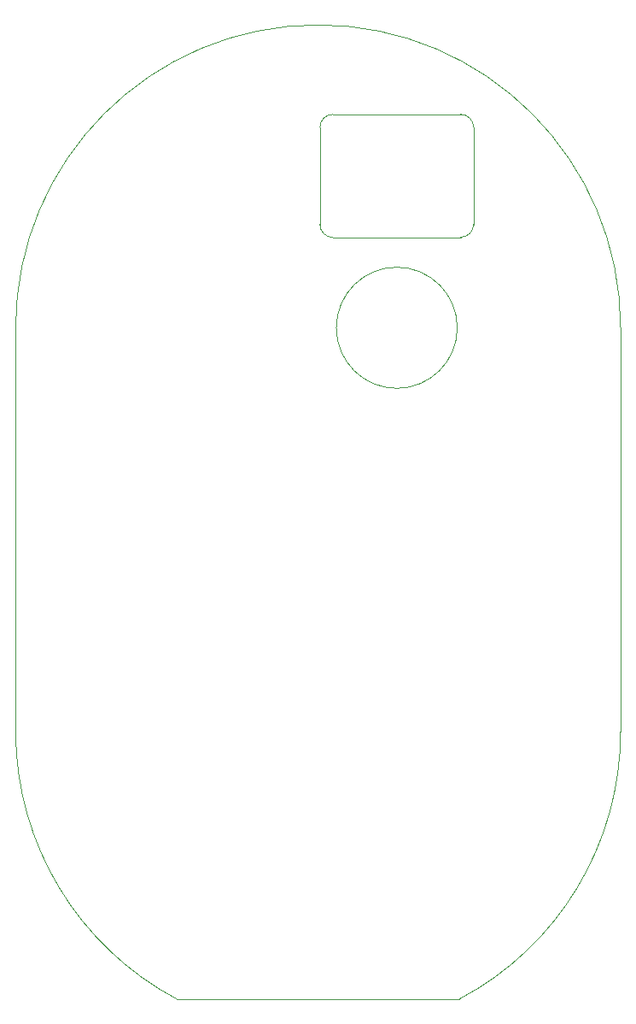
<source format=gm1>
%TF.GenerationSoftware,KiCad,Pcbnew,(6.0.5)*%
%TF.CreationDate,2022-07-03T19:07:04+01:00*%
%TF.ProjectId,octoscale,6f63746f-7363-4616-9c65-2e6b69636164,rev?*%
%TF.SameCoordinates,Original*%
%TF.FileFunction,Profile,NP*%
%FSLAX46Y46*%
G04 Gerber Fmt 4.6, Leading zero omitted, Abs format (unit mm)*
G04 Created by KiCad (PCBNEW (6.0.5)) date 2022-07-03 19:07:04*
%MOMM*%
%LPD*%
G01*
G04 APERTURE LIST*
%TA.AperFunction,Profile*%
%ADD10C,0.100000*%
%TD*%
%TA.AperFunction,Profile*%
%ADD11C,0.120000*%
%TD*%
G04 APERTURE END LIST*
D10*
X140000000Y-75000000D02*
X140000000Y-115000000D01*
X200000000Y-75000000D02*
X200000000Y-115000000D01*
X156000000Y-141500000D02*
X184000000Y-141500000D01*
X183999997Y-141499994D02*
G75*
G03*
X200000000Y-115000000I-13945297J26499994D01*
G01*
X200000000Y-75000000D02*
G75*
G03*
X140000000Y-75000000I-30000000J-3399D01*
G01*
X139999978Y-115000000D02*
G75*
G03*
X156000000Y-141500000I30025622J48500D01*
G01*
D11*
%TO.C,REF\u002A\u002A*%
X171459026Y-53861026D02*
X184140974Y-53861026D01*
X184140974Y-66034974D02*
X171450000Y-66044000D01*
X170180000Y-64774000D02*
X170189026Y-55131026D01*
X185410974Y-55131026D02*
X185410974Y-64764974D01*
X171459026Y-53861026D02*
G75*
G03*
X170189026Y-55131026I-1J-1269999D01*
G01*
X185410974Y-55131026D02*
G75*
G03*
X184140974Y-53861026I-1269994J6D01*
G01*
X184140974Y-66034974D02*
G75*
G03*
X185410974Y-64764974I6J1269994D01*
G01*
X170180000Y-64774000D02*
G75*
G03*
X171450000Y-66044000I1269999J-1D01*
G01*
X183800000Y-75000000D02*
G75*
G03*
X183800000Y-75000000I-6000000J0D01*
G01*
%TD*%
M02*

</source>
